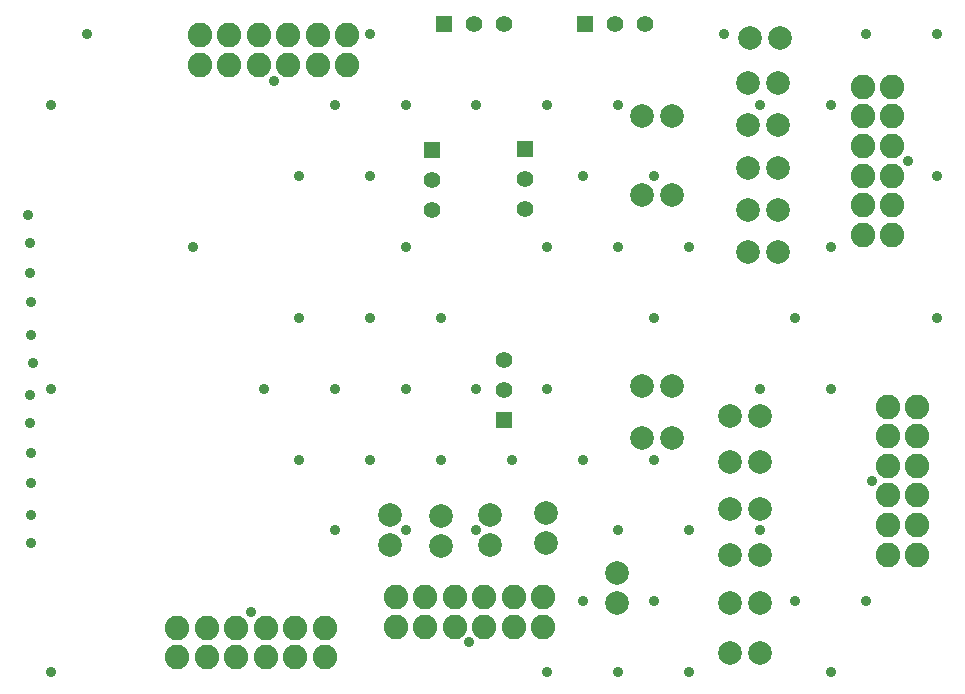
<source format=gbs>
G04*
G04 #@! TF.GenerationSoftware,Altium Limited,Altium Designer,24.1.2 (44)*
G04*
G04 Layer_Color=16711935*
%FSLAX44Y44*%
%MOMM*%
G71*
G04*
G04 #@! TF.SameCoordinates,8026E52B-AA0B-4AC6-8547-A5A81626C292*
G04*
G04*
G04 #@! TF.FilePolarity,Negative*
G04*
G01*
G75*
%ADD24C,2.0032*%
%ADD25C,1.4032*%
%ADD26R,1.4032X1.4032*%
%ADD27C,2.0782*%
%ADD28C,0.8782*%
%ADD29R,1.4032X1.4032*%
%ADD30C,0.9032*%
D24*
X431800Y193040D02*
D03*
Y167640D02*
D03*
X389890Y191770D02*
D03*
Y166370D02*
D03*
X346710Y193040D02*
D03*
Y167640D02*
D03*
X585470Y302260D02*
D03*
X560070D02*
D03*
X585470Y257810D02*
D03*
X560070D02*
D03*
X660400Y76200D02*
D03*
X635000D02*
D03*
X660400Y118110D02*
D03*
X635000D02*
D03*
X660400Y158750D02*
D03*
X635000D02*
D03*
X660400Y198120D02*
D03*
X635000D02*
D03*
X660400Y237490D02*
D03*
X635000D02*
D03*
X660400Y276860D02*
D03*
X635000D02*
D03*
X651510Y596900D02*
D03*
X676910D02*
D03*
X650240Y558800D02*
D03*
X675640D02*
D03*
X650240Y523240D02*
D03*
X675640D02*
D03*
X650240Y486410D02*
D03*
X675640D02*
D03*
X650240Y450850D02*
D03*
X675640D02*
D03*
X650240Y415290D02*
D03*
X675640D02*
D03*
X560070Y530860D02*
D03*
X585470D02*
D03*
X560070Y463550D02*
D03*
X585470D02*
D03*
X478790Y194310D02*
D03*
Y168910D02*
D03*
X539014Y143510D02*
D03*
Y118110D02*
D03*
D25*
X382270Y450850D02*
D03*
Y476250D02*
D03*
X443230Y323850D02*
D03*
Y298450D02*
D03*
X461010Y452120D02*
D03*
Y477520D02*
D03*
X443230Y608330D02*
D03*
X417830D02*
D03*
X562610D02*
D03*
X537210D02*
D03*
D26*
X382270Y501650D02*
D03*
X443230Y273050D02*
D03*
X461010Y502920D02*
D03*
D27*
X351520Y98490D02*
D03*
X376520D02*
D03*
X401520D02*
D03*
X426520D02*
D03*
X451520D02*
D03*
X476520D02*
D03*
X351520Y123490D02*
D03*
X376520D02*
D03*
X401520D02*
D03*
X426520D02*
D03*
X451520D02*
D03*
X476520D02*
D03*
X768350Y284550D02*
D03*
Y259550D02*
D03*
Y234550D02*
D03*
Y209550D02*
D03*
Y184550D02*
D03*
Y159550D02*
D03*
X793350Y284550D02*
D03*
Y259550D02*
D03*
Y234550D02*
D03*
Y209550D02*
D03*
Y184550D02*
D03*
Y159550D02*
D03*
X772160Y430460D02*
D03*
Y455460D02*
D03*
Y480460D02*
D03*
Y505460D02*
D03*
Y530460D02*
D03*
Y555460D02*
D03*
X747160Y430460D02*
D03*
Y455460D02*
D03*
Y480460D02*
D03*
Y505460D02*
D03*
Y530460D02*
D03*
Y555460D02*
D03*
X185820Y574040D02*
D03*
X210820D02*
D03*
X235820D02*
D03*
X260820D02*
D03*
X285820D02*
D03*
X310820D02*
D03*
X185820Y599040D02*
D03*
X210820D02*
D03*
X235820D02*
D03*
X260820D02*
D03*
X285820D02*
D03*
X310820D02*
D03*
X291770Y97390D02*
D03*
X266770D02*
D03*
X241770D02*
D03*
X216770D02*
D03*
X191770D02*
D03*
X166770D02*
D03*
X291770Y72390D02*
D03*
X266770D02*
D03*
X241770D02*
D03*
X216770D02*
D03*
X191770D02*
D03*
X166770D02*
D03*
D28*
X414020Y85090D02*
D03*
X754950Y222050D02*
D03*
X785560Y492960D02*
D03*
X248320Y560640D02*
D03*
X229270Y110790D02*
D03*
D29*
X392430Y608330D02*
D03*
X511810D02*
D03*
D30*
X810000Y600000D02*
D03*
Y480000D02*
D03*
Y360000D02*
D03*
X750000Y600000D02*
D03*
X720000Y540000D02*
D03*
Y420000D02*
D03*
Y300000D02*
D03*
X750000Y120000D02*
D03*
X720000Y60000D02*
D03*
X660000Y540000D02*
D03*
X690000Y360000D02*
D03*
X660000Y300000D02*
D03*
Y180000D02*
D03*
X690000Y120000D02*
D03*
X630000Y600000D02*
D03*
X600000Y420000D02*
D03*
Y180000D02*
D03*
Y60000D02*
D03*
X540000Y540000D02*
D03*
X570000Y480000D02*
D03*
X540000Y420000D02*
D03*
X570000Y360000D02*
D03*
Y240000D02*
D03*
X540000Y180000D02*
D03*
X570000Y120000D02*
D03*
X540000Y60000D02*
D03*
X480000Y540000D02*
D03*
X510000Y480000D02*
D03*
X480000Y420000D02*
D03*
Y300000D02*
D03*
X510000Y240000D02*
D03*
Y120000D02*
D03*
X480000Y60000D02*
D03*
X420000Y540000D02*
D03*
Y300000D02*
D03*
X450000Y240000D02*
D03*
X420000Y180000D02*
D03*
X360000Y540000D02*
D03*
Y420000D02*
D03*
X390000Y360000D02*
D03*
X360000Y300000D02*
D03*
X390000Y240000D02*
D03*
X360000Y180000D02*
D03*
X330000Y600000D02*
D03*
X300000Y540000D02*
D03*
X330000Y480000D02*
D03*
Y360000D02*
D03*
X300000Y300000D02*
D03*
X330000Y240000D02*
D03*
X300000Y180000D02*
D03*
X270000Y480000D02*
D03*
Y360000D02*
D03*
X240000Y300000D02*
D03*
X270000Y240000D02*
D03*
X180000Y420000D02*
D03*
X90000Y600000D02*
D03*
X60000Y540000D02*
D03*
Y300000D02*
D03*
Y60000D02*
D03*
X40640Y447040D02*
D03*
X41910Y422910D02*
D03*
Y397510D02*
D03*
X43180Y373380D02*
D03*
Y345440D02*
D03*
X44450Y321310D02*
D03*
X41910Y294640D02*
D03*
Y270510D02*
D03*
X43180Y245110D02*
D03*
Y219710D02*
D03*
Y193040D02*
D03*
Y168910D02*
D03*
M02*

</source>
